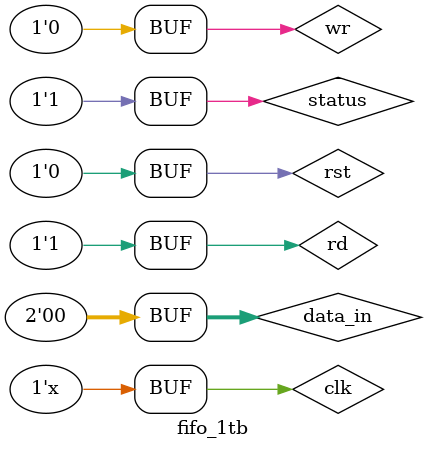
<source format=v>
`timescale 1ns / 1ps


module fifo_1tb();

    // Inputs
    reg clk;
    reg [1:0] data_in;
    reg wr;
    reg rd;
    reg rst;
    reg status;

    // Outputs
    wire [3:0] data_out;
    wire empty;
    wire full;
    wire half;
    wire idle;

    // Instantiate the FIFO module
    fifo_1 fifo (
        .clk(clk),
        .data_in(data_in),
        .data_out(data_out),
        .wr(wr),
        .rd(rd),
        .rst(rst),
        .status(status)
       
    );

    // Clock generation    
 initial begin
       clk = 0;
       data_in = 0;
       wr = 0;
       rd = 0;
       rst = 0;
       status = 0;
       #10 wr = 1; data_in = 2'd1;
       #10         data_in =2'd0;
       #30 wr = 0; rd = 0; status = 1;
       #10 wr = 0; rd = 1; status = 0;
       #10 wr = 0; rd = 1; status = 0;
       #10 status =1;
//       #500
//           $finish;       
       end
    always begin
           #5 clk = ~clk; // Toggle the system clock every 10 time units
       end
endmodule
   

</source>
